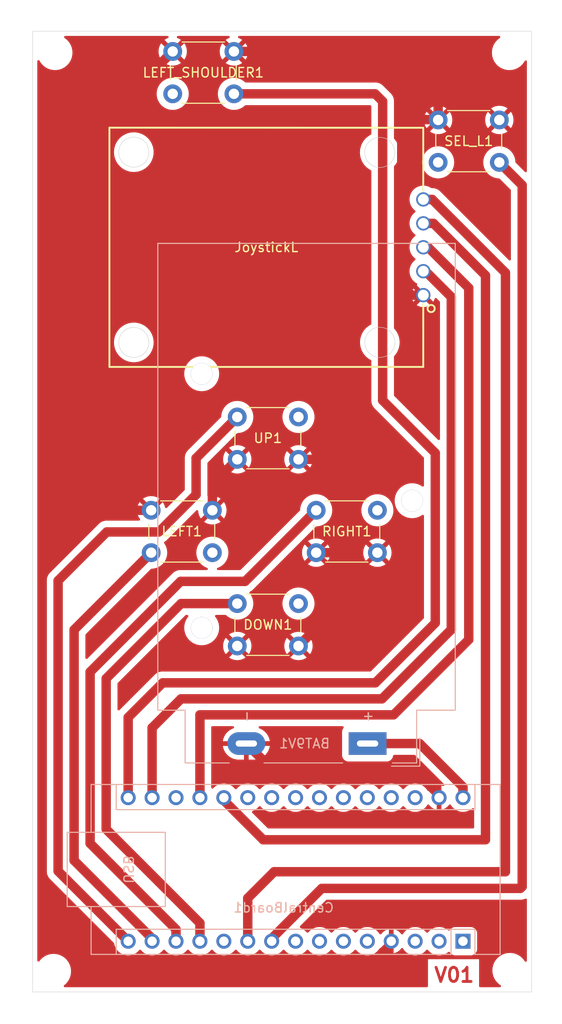
<source format=kicad_pcb>
(kicad_pcb (version 20240108) (generator "pcbnew") (generator_version "8.0")
  (title_block (title "Left Bluetooth Controller PCB") (date "2024-05-02") (rev "V01") (company "Instituto Superior Técnico") (comment 4 "Author: João Duarte"))
  (layers (0 "F.Cu" signal) (31 "B.Cu" signal) (34 "B.Paste" user) (35 "F.Paste" user) (36 "B.SilkS" user "B.Silkscreen") (37 "F.SilkS" user "F.Silkscreen") (38 "B.Mask" user) (39 "F.Mask" user) (44 "Edge.Cuts" user))
  (net 0 "")
  (net 1 "+9V")
  (net 2 "GND")
  (net 5 "/LEFT_SHOULDER")
  (net 6 "/UP")
  (net 9 "/Analog_X_L")
  (net 10 "/Analog_Y_L")
  (net 12 "/LEFT")
  (net 13 "/DOWN")
  (net 15 "/RIGHT")
  (net 16 "/SEL_JOY_L")
  (net 27 "+3.3V")
  (net 28 "/SEL_L")
  (footprint "MountingHole:MountingHole_3.2mm_M3" (layer "F.Cu") (at 119.38 49.276)
    (property "Reference" "H1" (at 0 0 0) (layer "F.SilkS"))
    (property "Value" "MountingHole")
    (pad "" np_thru_hole circle (at 0 0) (size 3.2 3.2) (drill 3.2) (layers "*.Cu" "*.Mask"))
  )
  (footprint "Controller:Joystick" (layer "F.Cu") (at 141.83005 69.941932 180)
    (property "Reference" "JoystickL1")
    (property "Value" "JoystickL" (at 0 0 0) (layer "F.SilkS"))
    (fp_line (start 16.67 12.7) (end -16.66 12.69) (stroke (width 0.2032)) (layer "F.SilkS"))
    (fp_line (start 16.67 -12.7) (end 16.67 12.7) (stroke (width 0.2032)) (layer "F.SilkS"))
    (fp_line (start -16.66 12.69) (end -16.66 5.99) (stroke (width 0.2032)) (layer "F.SilkS"))
    (fp_line (start -16.6624 -12.7) (end 16.67 -12.7) (stroke (width 0.2032)) (layer "F.SilkS"))
    (fp_line (start -16.6624 -12.7) (end -16.66 -6) (stroke (width 0.2032)) (layer "F.SilkS"))
    (fp_circle (center -17.5 -6.5) (end -17.119 -6.5) (stroke (width 0.2032)) (fill none) (layer "F.SilkS"))
    (fp_circle (center 14.08 10.1) (end 14.08 11.7) (stroke (width 0.05)) (fill none) (layer "Edge.Cuts"))
    (fp_circle (center 14.08 -10.1) (end 15.68 -10.1) (stroke (width 0.05)) (fill none) (layer "Edge.Cuts"))
    (fp_circle (center -12.04 10.07) (end -10.44 10.07) (stroke (width 0.05)) (fill none) (layer "Edge.Cuts"))
    (fp_circle (center -12.05 -10.09065) (end -10.45 -10.09065) (stroke (width 0.05)) (fill none) (layer "Edge.Cuts"))
    (pad "1" thru_hole circle (at -16.66875 -5.08 180) (size 1.524 1.524) (drill 1.143) (layers "*.Cu" "*.Mask") (net 2 "GND"))
    (pad "2" thru_hole circle (at -16.66875 -2.54 180) (size 1.524 1.524) (drill 1.143) (layers "*.Cu" "*.Mask") (net 27 "+3.3V"))
    (pad "3" thru_hole circle (at -16.66875 0 180) (size 1.524 1.524) (drill 1.143) (layers "*.Cu" "*.Mask") (net 9 "/Analog_X_L"))
    (pad "4" thru_hole circle (at -16.66875 2.54 180) (size 1.524 1.524) (drill 1.143) (layers "*.Cu" "*.Mask") (net 10 "/Analog_Y_L"))
    (pad "5" thru_hole circle (at -16.66875 5.08 180) (size 1.524 1.524) (drill 1.143) (layers "*.Cu" "*.Mask") (net 16 "/SEL_JOY_L"))
  )
  (footprint "Button_Switch_THT:SW_PUSH_6mm" (layer "F.Cu") (at 166.572 60.924 180)
    (property "Reference" "SEL_L1" (at 3.25 2.25 180) (layer "F.SilkS"))
    (property "Value" "SW_Push")
    (fp_line (start 6.75 3) (end 6.75 1.5) (stroke (width 0.12)) (layer "F.SilkS"))
    (fp_line (start 5.5 -1) (end 1 -1) (stroke (width 0.12)) (layer "F.SilkS"))
    (fp_line (start 1 5.5) (end 5.5 5.5) (stroke (width 0.12)) (layer "F.SilkS"))
    (fp_line (start -0.25 1.5) (end -0.25 3) (stroke (width 0.12)) (layer "F.SilkS"))
    (pad "1" thru_hole circle (at 0 0 270) (size 2 2) (drill 1.1) (layers "*.Cu" "*.Mask") (net 28 "/SEL_L"))
    (pad "1" thru_hole circle (at 6.5 0 270) (size 2 2) (drill 1.1) (layers "*.Cu" "*.Mask") (net 28 "/SEL_L"))
    (pad "2" thru_hole circle (at 0 4.5 270) (size 2 2) (drill 1.1) (layers "*.Cu" "*.Mask") (net 2 "GND"))
    (pad "2" thru_hole circle (at 6.5 4.5 270) (size 2 2) (drill 1.1) (layers "*.Cu" "*.Mask") (net 2 "GND"))
  )
  (footprint "Button_Switch_THT:SW_PUSH_6mm" (layer "F.Cu") (at 138.7388 107.768)
    (property "Reference" "DOWN1" (at 3.25 2.25 0) (layer "F.SilkS"))
    (property "Value" "SW_Push")
    (fp_line (start -0.25 1.5) (end -0.25 3) (stroke (width 0.12)) (layer "F.SilkS"))
    (fp_line (start 1 5.5) (end 5.5 5.5) (stroke (width 0.12)) (layer "F.SilkS"))
    (fp_line (start 5.5 -1) (end 1 -1) (stroke (width 0.12)) (layer "F.SilkS"))
    (fp_line (start 6.75 3) (end 6.75 1.5) (stroke (width 0.12)) (layer "F.SilkS"))
    (pad "1" thru_hole circle (at 0 0 90) (size 2 2) (drill 1.1) (layers "*.Cu" "*.Mask") (net 13 "/DOWN"))
    (pad "1" thru_hole circle (at 6.5 0 90) (size 2 2) (drill 1.1) (layers "*.Cu" "*.Mask") (net 13 "/DOWN"))
    (pad "2" thru_hole circle (at 0 4.5 90) (size 2 2) (drill 1.1) (layers "*.Cu" "*.Mask") (net 2 "GND"))
    (pad "2" thru_hole circle (at 6.5 4.5 90) (size 2 2) (drill 1.1) (layers "*.Cu" "*.Mask") (net 2 "GND"))
  )
  (footprint "Button_Switch_THT:SW_PUSH_6mm" (layer "F.Cu") (at 129.5948 97.862)
    (property "Reference" "LEFT1" (at 3.25 2.25 0) (layer "F.SilkS"))
    (property "Value" "SW_Push")
    (fp_line (start -0.25 1.5) (end -0.25 3) (stroke (width 0.12)) (layer "F.SilkS"))
    (fp_line (start 1 5.5) (end 5.5 5.5) (stroke (width 0.12)) (layer "F.SilkS"))
    (fp_line (start 5.5 -1) (end 1 -1) (stroke (width 0.12)) (layer "F.SilkS"))
    (fp_line (start 6.75 3) (end 6.75 1.5) (stroke (width 0.12)) (layer "F.SilkS"))
    (pad "1" thru_hole circle (at 0 0 90) (size 2 2) (drill 1.1) (layers "*.Cu" "*.Mask") (net 2 "GND"))
    (pad "1" thru_hole circle (at 6.5 0 90) (size 2 2) (drill 1.1) (layers "*.Cu" "*.Mask") (net 2 "GND"))
    (pad "2" thru_hole circle (at 0 4.5 90) (size 2 2) (drill 1.1) (layers "*.Cu" "*.Mask") (net 12 "/LEFT"))
    (pad "2" thru_hole circle (at 6.5 4.5 90) (size 2 2) (drill 1.1) (layers "*.Cu" "*.Mask") (net 12 "/LEFT"))
  )
  (footprint "Button_Switch_THT:SW_PUSH_6mm" (layer "F.Cu") (at 138.3808 53.649932 180)
    (property "Reference" "LEFT_SHOULDER1" (at 3.25 2.25 180) (layer "F.SilkS"))
    (property "Value" "SW_Push")
    (fp_line (start 6.75 3) (end 6.75 1.5) (stroke (width 0.12)) (layer "F.SilkS"))
    (fp_line (start 5.5 -1) (end 1 -1) (stroke (width 0.12)) (layer "F.SilkS"))
    (fp_line (start 1 5.5) (end 5.5 5.5) (stroke (width 0.12)) (layer "F.SilkS"))
    (fp_line (start -0.25 1.5) (end -0.25 3) (stroke (width 0.12)) (layer "F.SilkS"))
    (pad "1" thru_hole circle (at 0 0 270) (size 2 2) (drill 1.1) (layers "*.Cu" "*.Mask") (net 5 "/LEFT_SHOULDER"))
    (pad "1" thru_hole circle (at 6.5 0 270) (size 2 2) (drill 1.1) (layers "*.Cu" "*.Mask") (net 5 "/LEFT_SHOULDER"))
    (pad "2" thru_hole circle (at 0 4.5 270) (size 2 2) (drill 1.1) (layers "*.Cu" "*.Mask") (net 2 "GND"))
    (pad "2" thru_hole circle (at 6.5 4.5 270) (size 2 2) (drill 1.1) (layers "*.Cu" "*.Mask") (net 2 "GND"))
  )
  (footprint "Button_Switch_THT:SW_PUSH_6mm" (layer "F.Cu") (at 147.1208 97.862)
    (property "Reference" "RIGHT1" (at 3.25 2.25 0) (layer "F.SilkS"))
    (property "Value" "SW_Push")
    (fp_line (start -0.25 1.5) (end -0.25 3) (stroke (width 0.12)) (layer "F.SilkS"))
    (fp_line (start 1 5.5) (end 5.5 5.5) (stroke (width 0.12)) (layer "F.SilkS"))
    (fp_line (start 5.5 -1) (end 1 -1) (stroke (width 0.12)) (layer "F.SilkS"))
    (fp_line (start 6.75 3) (end 6.75 1.5) (stroke (width 0.12)) (layer "F.SilkS"))
    (pad "1" thru_hole circle (at 0 0 90) (size 2 2) (drill 1.1) (layers "*.Cu" "*.Mask") (net 15 "/RIGHT"))
    (pad "1" thru_hole circle (at 6.5 0 90) (size 2 2) (drill 1.1) (layers "*.Cu" "*.Mask") (net 15 "/RIGHT"))
    (pad "2" thru_hole circle (at 0 4.5 90) (size 2 2) (drill 1.1) (layers "*.Cu" "*.Mask") (net 2 "GND"))
    (pad "2" thru_hole circle (at 6.5 4.5 90) (size 2 2) (drill 1.1) (layers "*.Cu" "*.Mask") (net 2 "GND"))
  )
  (footprint "MountingHole:MountingHole_3.2mm_M3" (layer "F.Cu") (at 167.64 49.276)
    (property "Reference" "H2" (at 0 0 0) (layer "F.SilkS"))
    (property "Value" "MountingHole")
    (pad "" np_thru_hole circle (at 0 0) (size 3.2 3.2) (drill 3.2) (layers "*.Cu" "*.Mask"))
  )
  (footprint "Button_Switch_THT:SW_PUSH_6mm" (layer "F.Cu") (at 138.7388 87.956)
    (property "Reference" "UP1" (at 3.25 2.25 0) (layer "F.SilkS"))
    (property "Value" "SW_Push")
    (fp_line (start -0.25 1.5) (end -0.25 3) (stroke (width 0.12)) (layer "F.SilkS"))
    (fp_line (start 1 5.5) (end 5.5 5.5) (stroke (width 0.12)) (layer "F.SilkS"))
    (fp_line (start 5.5 -1) (end 1 -1) (stroke (width 0.12)) (layer "F.SilkS"))
    (fp_line (start 6.75 3) (end 6.75 1.5) (stroke (width 0.12)) (layer "F.SilkS"))
    (pad "1" thru_hole circle (at 0 0 90) (size 2 2) (drill 1.1) (layers "*.Cu" "*.Mask") (net 6 "/UP"))
    (pad "1" thru_hole circle (at 6.5 0 90) (size 2 2) (drill 1.1) (layers "*.Cu" "*.Mask") (net 6 "/UP"))
    (pad "2" thru_hole circle (at 0 4.5 90) (size 2 2) (drill 1.1) (layers "*.Cu" "*.Mask") (net 2 "GND"))
    (pad "2" thru_hole circle (at 6.5 4.5 90) (size 2 2) (drill 1.1) (layers "*.Cu" "*.Mask") (net 2 "GND"))
  )
  (footprint "MountingHole:MountingHole_3.2mm_M3" (layer "F.Cu") (at 167.6908 146.7104)
    (property "Reference" "H3" (at 0 0 0) (layer "F.SilkS"))
    (property "Value" "MountingHole")
    (pad "" np_thru_hole circle (at 0 0) (size 3.2 3.2) (drill 3.2) (layers "*.Cu" "*.Mask"))
  )
  (footprint "MountingHole:MountingHole_3.2mm_M3" (layer "F.Cu") (at 119.2276 146.812)
    (property "Reference" "H4" (at 0 0 0) (layer "F.SilkS"))
    (property "Value" "MountingHole")
    (pad "" np_thru_hole circle (at 0 0) (size 3.2 3.2) (drill 3.2) (layers "*.Cu" "*.Mask"))
  )
  (footprint "Module:Arduino_Nano" (layer "B.Cu") (at 162.7124 143.6116 90)
    (property "Reference" "CentralBoard1" (at 3.556 -19.05 0) (layer "B.SilkS") (effects (justify mirror)))
    (property "Value" "Arduino_Nano_v3.x")
    (fp_line (start 11.56 -42.04) (end 11.56 -31.62) (stroke (width 0.12)) (layer "B.SilkS"))
    (fp_line (start 3.68 -42.04) (end 11.56 -42.04) (stroke (width 0.12)) (layer "B.SilkS"))
    (fp_line (start 11.56 -39.5) (end 16.64 -39.5) (stroke (width 0.12)) (layer "B.SilkS"))
    (fp_line (start 3.68 -39.5) (end -1.4 -39.5) (stroke (width 0.12)) (layer "B.SilkS"))
    (fp_line (start -1.4 -39.5) (end -1.4 -1.27) (stroke (width 0.12)) (layer "B.SilkS"))
    (fp_line (start 16.64 -36.83) (end 13.97 -36.83) (stroke (width 0.12)) (layer "B.SilkS"))
    (fp_line (start 13.97 -36.83) (end 13.97 1.27) (stroke (width 0.12)) (layer "B.SilkS"))
    (fp_line (start 1.27 -36.83) (end 1.27 -1.27) (stroke (width 0.12)) (layer "B.SilkS"))
    (fp_line (start -1.4 -36.83) (end 1.27 -36.83) (stroke (width 0.12)) (layer "B.SilkS"))
    (fp_line (start 11.56 -31.62) (end 3.68 -31.62) (stroke (width 0.12)) (layer "B.SilkS"))
    (fp_line (start 3.68 -31.62) (end 3.68 -42.04) (stroke (width 0.12)) (layer "B.SilkS"))
    (fp_line (start -1.4 -1.27) (end 1.27 -1.27) (stroke (width 0.12)) (layer "B.SilkS"))
    (fp_line (start 16.64 1.27) (end 13.97 1.27) (stroke (width 0.12)) (layer "B.SilkS"))
    (fp_line (start 1.27 1.27) (end 1.27 -1.27) (stroke (width 0.12)) (layer "B.SilkS"))
    (fp_line (start -1.4 1.27) (end 1.27 1.27) (stroke (width 0.12)) (layer "B.SilkS"))
    (fp_line (start -1.4 1.27) (end -1.4 3.94) (stroke (width 0.12)) (layer "B.SilkS"))
    (fp_line (start 16.64 3.94) (end 16.64 -39.5) (stroke (width 0.12)) (layer "B.SilkS"))
    (fp_line (start -1.4 3.94) (end 16.64 3.94) (stroke (width 0.12)) (layer "B.SilkS"))
    (fp_text user "USB" (at 7.62 -35.56 -90) (layer "B.SilkS") (effects (justify mirror)))
    (pad "1" thru_hole rect (at 0 0 90) (size 1.6 1.6) (drill 1) (layers "*.Cu" "*.Mask"))
    (pad "2" thru_hole oval (at 0 -2.54 90) (size 1.6 1.6) (drill 1) (layers "*.Cu" "*.Mask"))
    (pad "3" thru_hole oval (at 0 -5.08 90) (size 1.6 1.6) (drill 1) (layers "*.Cu" "*.Mask"))
    (pad "4" thru_hole oval (at 0 -7.62 90) (size 1.6 1.6) (drill 1) (layers "*.Cu" "*.Mask") (net 2 "GND"))
    (pad "5" thru_hole oval (at 0 -10.16 90) (size 1.6 1.6) (drill 1) (layers "*.Cu" "*.Mask"))
    (pad "6" thru_hole oval (at 0 -12.7 90) (size 1.6 1.6) (drill 1) (layers "*.Cu" "*.Mask"))
    (pad "7" thru_hole oval (at 0 -15.24 90) (size 1.6 1.6) (drill 1) (layers "*.Cu" "*.Mask"))
    (pad "8" thru_hole oval (at 0 -17.78 90) (size 1.6 1.6) (drill 1) (layers "*.Cu" "*.Mask"))
    (pad "9" thru_hole oval (at 0 -20.32 90) (size 1.6 1.6) (drill 1) (layers "*.Cu" "*.Mask") (net 28 "/SEL_L"))
    (pad "10" thru_hole oval (at 0 -22.86 90) (size 1.6 1.6) (drill 1) (layers "*.Cu" "*.Mask") (net 16 "/SEL_JOY_L"))
    (pad "11" thru_hole oval (at 0 -25.4 90) (size 1.6 1.6) (drill 1) (layers "*.Cu" "*.Mask"))
    (pad "12" thru_hole oval (at 0 -27.94 90) (size 1.6 1.6) (drill 1) (layers "*.Cu" "*.Mask") (net 13 "/DOWN"))
    (pad "13" thru_hole oval (at 0 -30.48 90) (size 1.6 1.6) (drill 1) (layers "*.Cu" "*.Mask") (net 15 "/RIGHT"))
    (pad "14" thru_hole oval (at 0 -33.02 90) (size 1.6 1.6) (drill 1) (layers "*.Cu" "*.Mask") (net 12 "/LEFT"))
    (pad "15" thru_hole oval (at 0 -35.56 90) (size 1.6 1.6) (drill 1) (layers "*.Cu" "*.Mask") (net 6 "/UP"))
    (pad "16" thru_hole oval (at 15.24 -35.56 90) (size 1.6 1.6) (drill 1) (layers "*.Cu" "*.Mask") (net 5 "/LEFT_SHOULDER"))
    (pad "17" thru_hole oval (at 15.24 -33.02 90) (size 1.6 1.6) (drill 1) (layers "*.Cu" "*.Mask") (net 27 "+3.3V"))
    (pad "18" thru_hole oval (at 15.24 -30.48 90) (size 1.6 1.6) (drill 1) (layers "*.Cu" "*.Mask"))
    (pad "19" thru_hole oval (at 15.24 -27.94 90) (size 1.6 1.6) (drill 1) (layers "*.Cu" "*.Mask") (net 9 "/Analog_X_L"))
    (pad "20" thru_hole oval (at 15.24 -25.4 90) (size 1.6 1.6) (drill 1) (layers "*.Cu" "*.Mask") (net 10 "/Analog_Y_L"))
    (pad "21" thru_hole oval (at 15.24 -22.86 90) (size 1.6 1.6) (drill 1) (layers "*.Cu" "*.Mask"))
    (pad "22" thru_hole oval (at 15.24 -20.32 90) (size 1.6 1.6) (drill 1) (layers "*.Cu" "*.Mask"))
    (pad "23" thru_hole oval (at 15.24 -17.78 90) (size 1.6 1.6) (drill 1) (layers "*.Cu" "*.Mask"))
    (pad "24" thru_hole oval (at 15.24 -15.24 90) (size 1.6 1.6) (drill 1) (layers "*.Cu" "*.Mask"))
    (pad "25" thru_hole oval (at 15.24 -12.7 90) (size 1.6 1.6) (drill 1) (layers "*.Cu" "*.Mask"))
    (pad "26" thru_hole oval (at 15.24 -10.16 90) (size 1.6 1.6) (drill 1) (layers "*.Cu" "*.Mask"))
    (pad "27" thru_hole oval (at 15.24 -7.62 90) (size 1.6 1.6) (drill 1) (layers "*.Cu" "*.Mask"))
    (pad "28" thru_hole oval (at 15.24 -5.08 90) (size 1.6 1.6) (drill 1) (layers "*.Cu" "*.Mask"))
    (pad "29" thru_hole oval (at 15.24 -2.54 90) (size 1.6 1.6) (drill 1) (layers "*.Cu" "*.Mask") (net 2 "GND"))
    (pad "30" thru_hole oval (at 15.24 0 90) (size 1.6 1.6) (drill 1) (layers "*.Cu" "*.Mask") (net 1 "+9V"))
  )
  (footprint "Battery:BatteryHolder_MPD_BA9VPC_1xPP3" (layer "B.Cu") (at 152.58 122.626068 90)
    (property "Reference" "BAT9V1" (at 0 -6.7 0) (layer "B.SilkS") (effects (justify mirror)))
    (property "Value" "Battery_Cell")
    (fp_line (start 3.54 -22.28) (end 53.1 -22.28) (stroke (width 0.12)) (layer "B.SilkS"))
    (fp_line (start 3.54 -19.38) (end 3.54 -22.28) (stroke (width 0.12)) (layer "B.SilkS"))
    (fp_line (start -2.06 -19.38) (end 3.54 -19.38) (stroke (width 0.12)) (layer "B.SilkS"))
    (fp_line (start -2.06 -14.7) (end -2.06 -19.38) (stroke (width 0.12)) (layer "B.SilkS"))
    (fp_line (start -2.06 -11) (end -2.06 -2.65) (stroke (width 0.12)) (layer "B.SilkS"))
    (fp_line (start -2.4 2.55) (end -2.4 5.55) (stroke (width 0.12)) (layer "B.SilkS"))
    (fp_line (start -2.06 2.65) (end -2.06 5.21) (stroke (width 0.12)) (layer "B.SilkS"))
    (fp_line (start 3.54 5.21) (end 3.54 9.31) (stroke (width 0.12)) (layer "B.SilkS"))
    (fp_line (start -2.06 5.21) (end 3.54 5.21) (stroke (width 0.12)) (layer "B.SilkS"))
    (fp_line (start 0.6 5.55) (end -2.4 5.55) (stroke (width 0.12)) (layer "B.SilkS"))
    (fp_line (start 53.1 9.31) (end 53.1 -22.28) (stroke (width 0.12)) (layer "B.SilkS"))
    (fp_line (start 3.54 9.31) (end 53.1 9.31) (stroke (width 0.12)) (layer "B.SilkS"))
    (fp_text user "-" (at 3.6 -12.88 -90) (layer "B.SilkS") (effects (justify left mirror)))
    (fp_text user "+" (at 3.6 0 -90) (layer "B.SilkS") (effects (justify left mirror)))
    (pad "" np_thru_hole circle (at 12.29 -17.62 90) (size 2.3 2.3) (drill 2.29) (layers "*.Cu" "*.Mask"))
    (pad "" np_thru_hole circle (at 25.78 4.73 90) (size 2.3 2.3) (drill 2.29) (layers "*.Cu" "*.Mask"))
    (pad "" np_thru_hole circle (at 39.26 -17.62 90) (size 2.3 2.3) (drill 2.29) (layers "*.Cu" "*.Mask"))
    (pad "1" thru_hole rect (at 0 0 90) (size 2.41 4.02) (drill oval 0.66 2.27) (layers "*.Cu" "*.Mask") (net 1 "+9V"))
    (pad "2" thru_hole oval (at 0 -12.88 90) (size 2.41 4.02) (drill oval 0.66 2.27) (layers "*.Cu" "*.Mask") (net 2 "GND"))
  )
  (gr_rect (start 117 47) (end 170 149) (stroke (width 0.05)) (fill none) (layer "Edge.Cuts"))
  (gr_text "V01" (at 159.512 148.082 0) (layer "F.Cu") (effects (font (size 1.5 1.5) (thickness 0.3) (bold yes)) (justify left bottom)))
  (segment (start 162.7124 127.24023) (end 162.7124 128.3716) (width 1) (layer "F.Cu") (net 1))
  (segment (start 152.58 122.626068) (end 158.098238 122.626068) (width 1) (layer "F.Cu") (net 1))
  (segment (start 158.098238 122.626068) (end 162.7124 127.24023) (width 1) (layer "F.Cu") (net 1))
  (segment (start 148.844 102.362) (end 147.1208 102.362) (width 1) (layer "F.Cu") (net 2))
  (segment (start 126.6444 147.9804) (end 118.0084 139.3444) (width 1) (layer "F.Cu") (net 2))
  (segment (start 150.368 100.838) (end 148.844 102.362) (width 1) (layer "F.Cu") (net 2))
  (segment (start 148.336 92.456) (end 150.368 94.488) (width 1) (layer "F.Cu") (net 2))
  (segment (start 150.368 107.1388) (end 150.368 103.886) (width 1) (layer "F.Cu") (net 2))
  (segment (start 158.4988 75.021932) (end 157.2288 75.021932) (width 1) (layer "F.Cu") (net 2))
  (segment (start 136.0948 95.1) (end 138.7388 92.456) (width 1) (layer "F.Cu") (net 2))
  (segment (start 118.0084 103.9876) (end 122.1768 99.8192) (width 1) (layer "F.Cu") (net 2))
  (segment (start 157.2288 75.021932) (end 156.21 74.003132) (width 1) (layer "F.Cu") (net 2))
  (segment (start 155.0924 143.900028) (end 151.012028 147.9804) (width 1) (layer "F.Cu") (net 2))
  (segment (start 158.073228 125.984) (end 160.1724 128.083172) (width 1) (layer "F.Cu") (net 2))
  (segment (start 157.099932 49.149932) (end 138.3808 49.149932) (width 1) (layer "F.Cu") (net 2))
  (segment (start 156.718 56.388) (end 160.036 56.388) (width 1) (layer "F.Cu") (net 2))
  (segment (start 139.7 122.626068) (end 143.057932 125.984) (width 1) (layer "F.Cu") (net 2))
  (segment (start 156.21 74.003132) (end 156.21 56.896) (width 1) (layer "F.Cu") (net 2))
  (segment (start 156.21 56.896) (end 156.718 56.388) (width 1) (layer "F.Cu") (net 2))
  (segment (start 150.368 103.886) (end 148.844 102.362) (width 1) (layer "F.Cu") (net 2))
  (segment (start 124.134 97.862) (end 122.1768 99.8192) (width 1) (layer "F.Cu") (net 2))
  (segment (start 145.2388 92.456) (end 148.336 92.456) (width 1) (layer "F.Cu") (net 2))
  (segment (start 160.036 56.388) (end 160.072 56.424) (width 1) (layer "F.Cu") (net 2))
  (segment (start 145.2388 112.268) (end 150.368 107.1388) (width 1) (layer "F.Cu") (net 2))
  (segment (start 151.012028 147.9804) (end 126.6444 147.9804) (width 1) (layer "F.Cu") (net 2))
  (segment (start 118.0084 139.3444) (end 118.0084 103.9876) (width 1) (layer "F.Cu") (net 2))
  (segment (start 155.0924 143.6116) (end 155.0924 143.900028) (width 1) (layer "F.Cu") (net 2))
  (segment (start 143.057932 125.984) (end 158.073228 125.984) (width 1) (layer "F.Cu") (net 2))
  (segment (start 160.072 52.122) (end 157.099932 49.149932) (width 1) (layer "F.Cu") (net 2))
  (segment (start 150.368 94.488) (end 150.368 100.838) (width 1) (layer "F.Cu") (net 2))
  (segment (start 122.1768 58.853932) (end 131.8808 49.149932) (width 1) (layer "F.Cu") (net 2))
  (segment (start 160.1724 128.083172) (end 160.1724 128.3716) (width 1) (layer "F.Cu") (net 2))
  (segment (start 136.0948 97.862) (end 136.0948 95.1) (width 1) (layer "F.Cu") (net 2))
  (segment (start 122.1768 99.8192) (end 122.1768 58.853932) (width 1) (layer "F.Cu") (net 2))
  (segment (start 160.072 56.424) (end 160.072 52.122) (width 1) (layer "F.Cu") (net 2))
  (segment (start 129.5948 97.862) (end 124.134 97.862) (width 1) (layer "F.Cu") (net 2))
  (segment (start 127.1524 119.848005) (end 127.1524 128.3716) (width 1) (layer "F.Cu") (net 5))
  (segment (start 154.1808 54.447932) (end 154.1808 86.197932) (width 1) (layer "F.Cu") (net 5))
  (segment (start 153.409132 116.1796) (end 130.820805 116.1796) (width 1) (layer "F.Cu") (net 5))
  (segment (start 130.820805 116.1796) (end 127.1524 119.848005) (width 1) (layer "F.Cu") (net 5))
  (segment (start 159.7688 91.785932) (end 159.7688 109.819932) (width 1) (layer "F.Cu") (net 5))
  (segment (start 154.1808 86.197932) (end 159.7688 91.785932) (width 1) (layer "F.Cu") (net 5))
  (segment (start 153.3828 53.649932) (end 154.1808 54.447932) (width 1) (layer "F.Cu") (net 5))
  (segment (start 138.3808 53.649932) (end 153.3828 53.649932) (width 1) (layer "F.Cu") (net 5))
  (segment (start 127.2032 128.3208) (end 127.1524 128.3716) (width 1) (layer "F.Cu") (net 5))
  (segment (start 159.7688 109.819932) (end 153.409132 116.1796) (width 1) (layer "F.Cu") (net 5))
  (segment (start 124.882 100.162) (end 130.40607 100.162) (width 1) (layer "F.Cu") (net 6))
  (segment (start 134.366 96.20207) (end 134.366 92.3288) (width 1) (layer "F.Cu") (net 6))
  (segment (start 119.7084 136.1676) (end 119.7084 105.3356) (width 1) (layer "F.Cu") (net 6))
  (segment (start 119.7084 105.3356) (end 124.882 100.162) (width 1) (layer "F.Cu") (net 6))
  (segment (start 127.1524 143.6116) (end 119.7084 136.1676) (width 1) (layer "F.Cu") (net 6))
  (segment (start 134.366 92.3288) (end 138.7388 87.956) (width 1) (layer "F.Cu") (net 6))
  (segment (start 130.40607 100.162) (end 134.366 96.20207) (width 1) (layer "F.Cu") (net 6))
  (segment (start 134.7724 119.5796) (end 134.7724 128.3716) (width 1) (layer "F.Cu") (net 9))
  (segment (start 155.343132 119.5796) (end 134.7724 119.5796) (width 1) (layer "F.Cu") (net 9))
  (segment (start 158.4988 69.941932) (end 158.264112 69.941932) (width 1) (layer "F.Cu") (net 9))
  (segment (start 158.4988 69.941932) (end 159.0068 69.941932) (width 1) (layer "F.Cu") (net 9))
  (segment (start 163.3248 74.259932) (end 163.3248 111.597932) (width 1) (layer "F.Cu") (net 9))
  (segment (start 159.0068 69.941932) (end 163.3248 74.259932) (width 1) (layer "F.Cu") (net 9))
  (segment (start 163.3248 111.597932) (end 155.343132 119.5796) (width 1) (layer "F.Cu") (net 9))
  (segment (start 165.1028 72.928302) (end 165.1028 132.842) (width 1) (layer "F.Cu") (net 10))
  (segment (start 137.3124 128.660028) (end 137.3124 128.3716) (width 1) (layer "F.Cu") (net 10))
  (segment (start 158.4988 67.401932) (end 159.57643 67.401932) (width 1) (layer "F.Cu") (net 10))
  (segment (start 165.1028 132.842) (end 141.494372 132.842) (width 1) (layer "F.Cu") (net 10))
  (segment (start 159.57643 67.401932) (end 165.1028 72.928302) (width 1) (layer "F.Cu") (net 10))
  (segment (start 141.494372 132.842) (end 137.3124 128.660028) (width 1) (layer "F.Cu") (net 10))
  (segment (start 121.4084 135.039172) (end 121.4084 110.5484) (width 1) (layer "F.Cu") (net 12))
  (segment (start 129.6924 143.323172) (end 121.4084 135.039172) (width 1) (layer "F.Cu") (net 12))
  (segment (start 129.6924 143.6116) (end 129.6924 143.323172) (width 1) (layer "F.Cu") (net 12))
  (segment (start 121.4084 110.5484) (end 129.5948 102.362) (width 1) (layer "F.Cu") (net 12))
  (segment (start 124.8156 115.7224) (end 124.8156 131.7244) (width 1) (layer "F.Cu") (net 13))
  (segment (start 132.77 107.768) (end 124.8156 115.7224) (width 1) (layer "F.Cu") (net 13))
  (segment (start 138.7388 107.768) (end 132.77 107.768) (width 1) (layer "F.Cu") (net 13))
  (segment (start 124.8156 131.7244) (end 134.7724 141.6812) (width 1) (layer "F.Cu") (net 13))
  (segment (start 134.7724 141.6812) (end 134.7724 143.6116) (width 1) (layer "F.Cu") (net 13))
  (segment (start 132.2324 142.348489) (end 123.1084 133.224489) (width 1) (layer "F.Cu") (net 15))
  (segment (start 123.1084 115.025437) (end 132.723837 105.41) (width 1) (layer "F.Cu") (net 15))
  (segment (start 132.723837 105.41) (end 139.5728 105.41) (width 1) (layer "F.Cu") (net 15))
  (segment (start 123.1084 133.224489) (end 123.1084 115.025437) (width 1) (layer "F.Cu") (net 15))
  (segment (start 139.5728 105.41) (end 147.1208 97.862) (width 1) (layer "F.Cu") (net 15))
  (segment (start 132.2324 143.6116) (end 132.2324 142.348489) (width 1) (layer "F.Cu") (net 15))
  (segment (start 139.8524 139.0396) (end 139.8524 143.6116) (width 1) (layer "F.Cu") (net 16))
  (segment (start 159.440594 64.861932) (end 167.2228 72.644138) (width 1) (layer "F.Cu") (net 16))
  (segment (start 167.2228 136.235932) (end 142.656068 136.235932) (width 1) (layer "F.Cu") (net 16))
  (segment (start 167.2228 72.644138) (end 167.2228 136.235932) (width 1) (layer "F.Cu") (net 16))
  (segment (start 158.4988 64.861932) (end 159.440594 64.861932) (width 1) (layer "F.Cu") (net 16))
  (segment (start 142.656068 136.235932) (end 139.8524 139.0396) (width 1) (layer "F.Cu") (net 16))
  (segment (start 154.113296 117.8796) (end 132.7676 117.8796) (width 1) (layer "F.Cu") (net 27))
  (segment (start 161.4688 110.524096) (end 154.113296 117.8796) (width 1) (layer "F.Cu") (net 27))
  (segment (start 158.4988 72.481932) (end 158.733488 72.481932) (width 1) (layer "F.Cu") (net 27))
  (segment (start 132.7676 117.8796) (end 129.6924 120.9548) (width 1) (layer "F.Cu") (net 27))
  (segment (start 161.4688 75.217244) (end 161.4688 110.524096) (width 1) (layer "F.Cu") (net 27))
  (segment (start 158.733488 72.481932) (end 161.4688 75.217244) (width 1) (layer "F.Cu") (net 27))
  (segment (start 129.6924 120.9548) (end 129.6924 128.3716) (width 1) (layer "F.Cu") (net 27))
  (segment (start 169 137.812298) (end 168.808366 138.003932) (width 1) (layer "F.Cu") (net 28))
  (segment (start 169 63.352) (end 169 137.812298) (width 1) (layer "F.Cu") (net 28))
  (segment (start 166.572 60.924) (end 169 63.352) (width 1) (layer "F.Cu") (net 28))
  (segment (start 168.808366 138.003932) (end 147.71164 138.003932) (width 1) (layer "F.Cu") (net 28))
  (segment (start 142.3924 143.323172) (end 142.3924 143.6116) (width 1) (layer "F.Cu") (net 28))
  (segment (start 147.71164 138.003932) (end 142.3924 143.323172) (width 1) (layer "F.Cu") (net 28))
  (zone (net 2) (net_name "GND") (layer "F.Cu") (connect_pads (clearance 0.5)) (min_thickness 0.25) (fill yes (thermal_gap 0.5) (thermal_bridge_width 0.5))
    (polygon (pts (xy 113.538 152.4) (xy 173.228 152.4) (xy 173.228 43.688) (xy 113.538 43.688)))
  )
)
</source>
